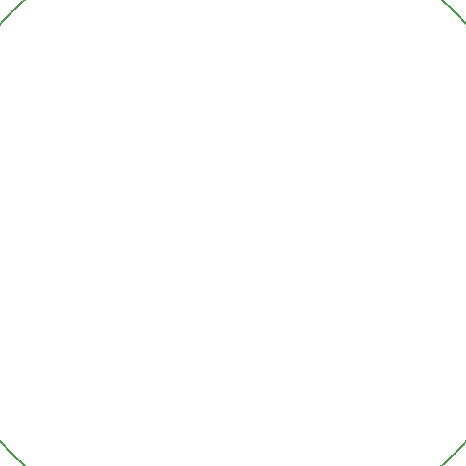
<source format=gbr>
G04 DipTrace 3.2.0.1*
G04 BoardOutline.gbr*
%MOIN*%
G04 #@! TF.FileFunction,Profile*
G04 #@! TF.Part,Single*
%ADD11C,0.005512*%
%FSLAX26Y26*%
G04*
G70*
G90*
G75*
G01*
G04 BoardOutline*
%LPD*%
X305565Y305573D2*
D11*
G03X1781025Y1781032I737730J737730D01*
G01*
G03X305565Y305573I-737730J-737730D01*
G01*
M02*

</source>
